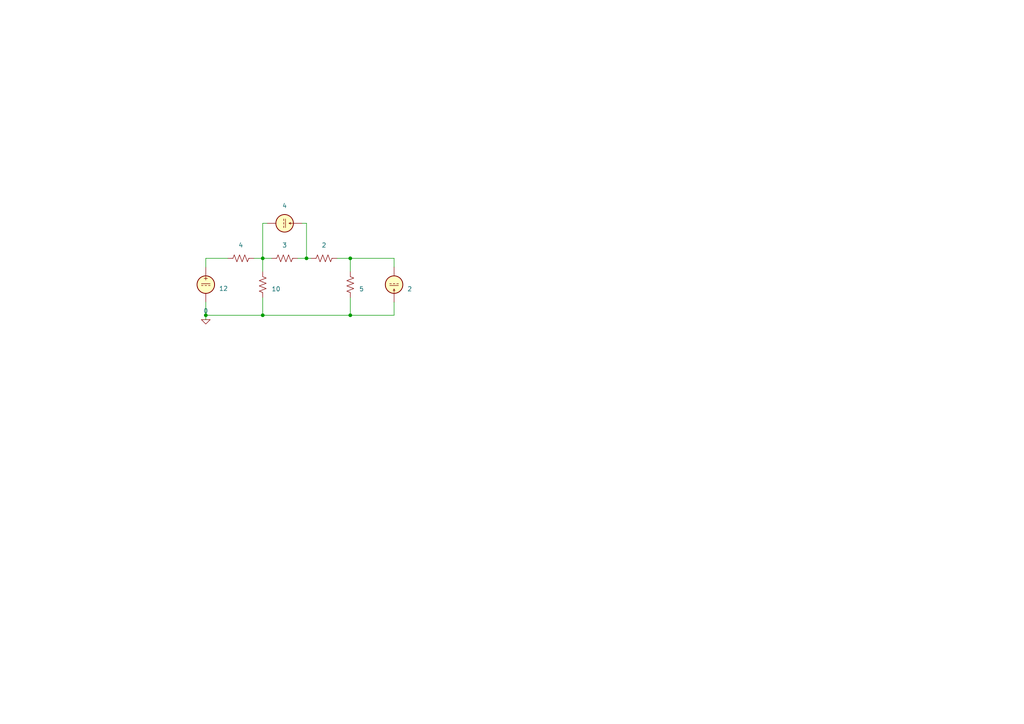
<source format=kicad_sch>
(kicad_sch (version 20250114) (generator "eeschema") (generator_version "9.0")
  (paper "A4")
  (lib_symbols
    (symbol "Device:R_US" (pin_numbers (hide yes)) (pin_names (offset 0))
      (property "Reference" "R" (at 2.54 0 90))
      (property "Value" "R_US" (at -2.54 0 90))
      (symbol "R_US_0_1"
        (polyline (pts (xy 0 2.286) (xy 0 2.54)))
        (polyline (pts (xy 0 2.286) (xy 1.016 1.905) (xy 0 1.524) (xy -1.016 1.143) (xy 0 0.762)))
        (polyline (pts (xy 0 0.762) (xy 1.016 0.381) (xy 0 0) (xy -1.016 -0.381) (xy 0 -0.762)))
        (polyline (pts (xy 0 -0.762) (xy 1.016 -1.143) (xy 0 -1.524) (xy -1.016 -1.905) (xy 0 -2.286)))
        (polyline (pts (xy 0 -2.286) (xy 0 -2.54)))
      )
      (symbol "R_US_1_1"
        (pin passive line (at 0 3.81 270) (length 1.27) (name "~") (number "1"))
        (pin passive line (at 0 -3.81 90) (length 1.27) (name "~") (number "2"))
      )
    )
    (symbol "Simulation_SPICE:0" (power) (pin_numbers (hide yes)) (pin_names (offset 0) (hide yes))
      (property "Value" "0" (at 0 -2.54 0))
      (symbol "0_0_1"
        (polyline (pts (xy -1.27 0) (xy 0 -1.27) (xy 1.27 0) (xy -1.27 0)))
      )
      (symbol "0_1_1"
        (pin power_in line (at 0 0 0) (length 0) (name "~") (number "1"))
      )
    )
    (symbol "Simulation_SPICE:IDC" (pin_numbers (hide yes)) (pin_names (offset 0.0254))
      (property "Reference" "I" (at 2.54 2.54 0))
      (property "Value" "1" (at 2.54 0 0))
      (symbol "IDC_0_0"
        (polyline (pts (xy -1.27 0.254) (xy 1.27 0.254)))
        (polyline (pts (xy -0.762 -0.254) (xy -1.27 -0.254)))
        (polyline (pts (xy 0.254 -0.254) (xy -0.254 -0.254)))
        (polyline (pts (xy 1.27 -0.254) (xy 0.762 -0.254)))
      )
      (symbol "IDC_0_1"
        (polyline (pts (xy -0.254 1.778) (xy 0 1.27) (xy 0.254 1.778)))
        (polyline (pts (xy 0 1.27) (xy 0 2.286)))
        (circle (center 0 0) (radius 2.54) (stroke (width 0.254)) (fill (type background)))
      )
      (symbol "IDC_1_1"
        (pin passive line (at 0 5.08 270) (length 2.54) (name "~") (number "1"))
        (pin passive line (at 0 -5.08 90) (length 2.54) (name "~") (number "2"))
      )
    )
    (symbol "Simulation_SPICE:VDC" (pin_numbers (hide yes)) (pin_names (offset 0.0254))
      (property "Reference" "V" (at 2.54 2.54 0))
      (property "Value" "1" (at 2.54 0 0))
      (symbol "VDC_0_0"
        (polyline (pts (xy -1.27 0.254) (xy 1.27 0.254)))
        (polyline (pts (xy -0.762 -0.254) (xy -1.27 -0.254)))
        (polyline (pts (xy 0.254 -0.254) (xy -0.254 -0.254)))
        (polyline (pts (xy 1.27 -0.254) (xy 0.762 -0.254)))
        (text "+" (at 0 1.905 0) (effects (font (size 1.27 1.27))))
      )
      (symbol "VDC_0_1"
        (circle (center 0 0) (radius 2.54) (stroke (width 0.254)) (fill (type background)))
      )
      (symbol "VDC_1_1"
        (pin passive line (at 0 5.08 270) (length 2.54) (name "~") (number "1"))
        (pin passive line (at 0 -5.08 90) (length 2.54) (name "~") (number "2"))
      )
    )
  )
  (junction (at 76.2 91.44))
  (junction (at 76.2 74.93))
  (junction (at 101.6 91.44))
  (junction (at 88.9 74.93))
  (junction (at 101.6 74.93))
  (junction (at 59.69 91.44))
  (wire (pts (xy 59.69 91.44) (xy 59.69 92.71)))
  (wire (pts (xy 114.3 87.63) (xy 114.3 91.44)))
  (wire (pts (xy 59.69 74.93) (xy 59.69 77.47)))
  (wire (pts (xy 76.2 64.77) (xy 76.2 74.93)))
  (wire (pts (xy 59.69 87.63) (xy 59.69 91.44)))
  (wire (pts (xy 101.6 74.93) (xy 101.6 78.74)))
  (wire (pts (xy 97.79 74.93) (xy 101.6 74.93)))
  (wire (pts (xy 76.2 86.36) (xy 76.2 91.44)))
  (wire (pts (xy 76.2 74.93) (xy 76.2 78.74)))
  (wire (pts (xy 76.2 91.44) (xy 59.69 91.44)))
  (wire (pts (xy 101.6 86.36) (xy 101.6 91.44)))
  (wire (pts (xy 114.3 91.44) (xy 101.6 91.44)))
  (wire (pts (xy 87.63 64.77) (xy 88.9 64.77)))
  (wire (pts (xy 101.6 91.44) (xy 76.2 91.44)))
  (wire (pts (xy 114.3 74.93) (xy 101.6 74.93)))
  (wire (pts (xy 88.9 64.77) (xy 88.9 74.93)))
  (wire (pts (xy 86.36 74.93) (xy 88.9 74.93)))
  (wire (pts (xy 73.66 74.93) (xy 76.2 74.93)))
  (wire (pts (xy 76.2 74.93) (xy 78.74 74.93)))
  (wire (pts (xy 114.3 77.47) (xy 114.3 74.93)))
  (wire (pts (xy 77.47 64.77) (xy 76.2 64.77)))
  (wire (pts (xy 66.04 74.93) (xy 59.69 74.93)))
  (wire (pts (xy 88.9 74.93) (xy 90.17 74.93)))
  (symbol (lib_id "Device:R_US") (at 69.85 74.93 90) (unit 1)
    (property "Reference" "R54" (effects (hide yes)))
    (property "Value" "4" (at 69.85 71.12 90))
    (property "Description" "Resistor, US symbol" (effects (hide yes)))
  )
  (symbol (lib_id "Device:R_US") (at 93.98 74.93 90) (unit 1)
    (property "Reference" "R56" (effects (hide yes)))
    (property "Value" "2" (at 93.98 71.12 90))
    (property "Description" "Resistor, US symbol" (effects (hide yes)))
  )
  (symbol (lib_id "Device:R_US") (at 82.55 74.93 90) (unit 1)
    (property "Reference" "R55" (effects (hide yes)))
    (property "Value" "3" (at 82.55 71.12 90))
    (property "Description" "Resistor, US symbol" (effects (hide yes)))
  )
  (symbol (lib_id "Simulation_SPICE:VDC") (at 59.69 82.55 0) (unit 1)
    (property "Reference" "V19" (effects (hide yes)))
    (property "Value" "12" (at 63.5 83.6901 0) (effects (justify left)))
    (property "Datasheet" "https://ngspice.sourceforge.io/docs/ngspice-html-manual/manual.xhtml#sec_Independent_Sources_for" (effects (hide yes)))
    (property "Description" "Voltage source, DC" (effects (hide yes)))
    (property "Sim.Pins" "1=+ 2=-" (effects (hide yes)))
    (property "Sim.Type" "DC" (effects (hide yes)))
    (property "Sim.Device" "V" (effects (hide yes)))
  )
  (symbol (lib_id "Device:R_US") (at 101.6 82.55 180) (unit 1)
    (property "Reference" "R58" (effects (hide yes)))
    (property "Value" "5" (at 104.14 83.8199 0) (effects (justify right)))
    (property "Description" "Resistor, US symbol" (effects (hide yes)))
  )
  (symbol (lib_id "Simulation_SPICE:0") (at 59.69 92.71 0) (unit 1)
    (property "Reference" "#GND017" (effects (hide yes)))
    (property "Value" "0" (at 59.69 90.17 0))
    (property "Datasheet" "https://ngspice.sourceforge.io/docs/ngspice-html-manual/manual.xhtml#subsec_Circuit_elements__device" (effects (hide yes)))
    (property "Description" "0V reference potential for simulation" (effects (hide yes)))
  )
  (symbol (lib_id "Simulation_SPICE:IDC") (at 82.55 64.77 270) (unit 1)
    (property "Reference" "I10" (effects (hide yes)))
    (property "Value" "4" (at 82.55 59.69 90))
    (property "Datasheet" "https://ngspice.sourceforge.io/docs/ngspice-html-manual/manual.xhtml#sec_Independent_Sources_for" (effects (hide yes)))
    (property "Description" "Current source, DC" (effects (hide yes)))
    (property "Sim.Pins" "1=+ 2=-" (effects (hide yes)))
    (property "Sim.Type" "DC" (effects (hide yes)))
    (property "Sim.Device" "I" (effects (hide yes)))
  )
  (symbol (lib_id "Device:R_US") (at 76.2 82.55 180) (unit 1)
    (property "Reference" "R57" (effects (hide yes)))
    (property "Value" "10" (at 78.74 83.8199 0) (effects (justify right)))
    (property "Description" "Resistor, US symbol" (effects (hide yes)))
  )
  (symbol (lib_id "Simulation_SPICE:IDC") (at 114.3 82.55 180) (unit 1)
    (property "Reference" "I9" (effects (hide yes)))
    (property "Value" "2" (at 118.11 83.8199 0) (effects (justify right)))
    (property "Datasheet" "https://ngspice.sourceforge.io/docs/ngspice-html-manual/manual.xhtml#sec_Independent_Sources_for" (effects (hide yes)))
    (property "Description" "Current source, DC" (effects (hide yes)))
    (property "Sim.Pins" "1=+ 2=-" (effects (hide yes)))
    (property "Sim.Type" "DC" (effects (hide yes)))
    (property "Sim.Device" "I" (effects (hide yes)))
  )
)
</source>
